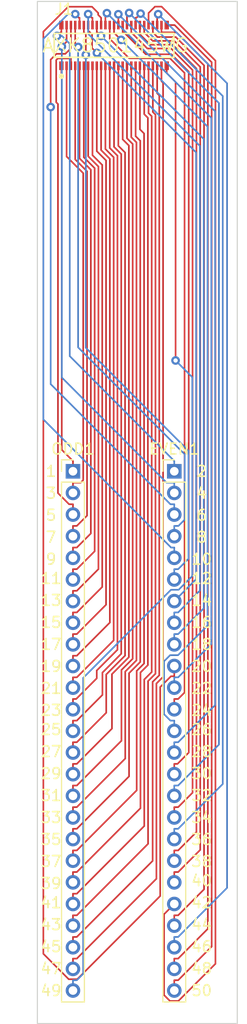
<source format=kicad_pcb>
(kicad_pcb (version 20171130) (host pcbnew 5.1.6-c6e7f7d~87~ubuntu19.10.1)

  (general
    (thickness 1.6)
    (drawings 54)
    (tracks 416)
    (zones 0)
    (modules 3)
    (nets 51)
  )

  (page A4)
  (layers
    (0 F.Cu signal)
    (31 B.Cu signal)
    (32 B.Adhes user)
    (33 F.Adhes user)
    (34 B.Paste user)
    (35 F.Paste user)
    (36 B.SilkS user)
    (37 F.SilkS user)
    (38 B.Mask user)
    (39 F.Mask user)
    (40 Dwgs.User user)
    (41 Cmts.User user)
    (42 Eco1.User user)
    (43 Eco2.User user)
    (44 Edge.Cuts user)
    (45 Margin user)
    (46 B.CrtYd user)
    (47 F.CrtYd user)
    (48 B.Fab user)
    (49 F.Fab user)
  )

  (setup
    (last_trace_width 0.1524)
    (user_trace_width 0.1524)
    (trace_clearance 0.2)
    (zone_clearance 0.508)
    (zone_45_only no)
    (trace_min 0.1524)
    (via_size 0.8)
    (via_drill 0.4)
    (via_min_size 0.508)
    (via_min_drill 0.254)
    (uvia_size 0.3)
    (uvia_drill 0.1)
    (uvias_allowed no)
    (uvia_min_size 0.2)
    (uvia_min_drill 0.1)
    (edge_width 0.1)
    (segment_width 0.2)
    (pcb_text_width 0.3)
    (pcb_text_size 1.5 1.5)
    (mod_edge_width 0.15)
    (mod_text_size 1 1)
    (mod_text_width 0.15)
    (pad_size 1.524 1.524)
    (pad_drill 0.762)
    (pad_to_mask_clearance 0.0508)
    (aux_axis_origin 0 0)
    (visible_elements FFFFFF7F)
    (pcbplotparams
      (layerselection 0x010fc_ffffffff)
      (usegerberextensions false)
      (usegerberattributes true)
      (usegerberadvancedattributes true)
      (creategerberjobfile true)
      (excludeedgelayer true)
      (linewidth 0.100000)
      (plotframeref false)
      (viasonmask false)
      (mode 1)
      (useauxorigin false)
      (hpglpennumber 1)
      (hpglpenspeed 20)
      (hpglpendiameter 15.000000)
      (psnegative false)
      (psa4output false)
      (plotreference true)
      (plotvalue true)
      (plotinvisibletext false)
      (padsonsilk false)
      (subtractmaskfromsilk false)
      (outputformat 1)
      (mirror false)
      (drillshape 1)
      (scaleselection 1)
      (outputdirectory ""))
  )

  (net 0 "")
  (net 1 "Net-(EVEN1-Pad25)")
  (net 2 "Net-(EVEN1-Pad24)")
  (net 3 "Net-(EVEN1-Pad23)")
  (net 4 "Net-(EVEN1-Pad22)")
  (net 5 "Net-(EVEN1-Pad21)")
  (net 6 "Net-(EVEN1-Pad20)")
  (net 7 "Net-(EVEN1-Pad19)")
  (net 8 "Net-(EVEN1-Pad18)")
  (net 9 "Net-(EVEN1-Pad17)")
  (net 10 "Net-(EVEN1-Pad16)")
  (net 11 "Net-(EVEN1-Pad15)")
  (net 12 "Net-(EVEN1-Pad14)")
  (net 13 "Net-(EVEN1-Pad13)")
  (net 14 "Net-(EVEN1-Pad12)")
  (net 15 "Net-(EVEN1-Pad11)")
  (net 16 "Net-(EVEN1-Pad10)")
  (net 17 "Net-(EVEN1-Pad9)")
  (net 18 "Net-(EVEN1-Pad8)")
  (net 19 "Net-(EVEN1-Pad7)")
  (net 20 "Net-(EVEN1-Pad6)")
  (net 21 "Net-(EVEN1-Pad5)")
  (net 22 "Net-(EVEN1-Pad4)")
  (net 23 "Net-(EVEN1-Pad3)")
  (net 24 "Net-(EVEN1-Pad2)")
  (net 25 "Net-(EVEN1-Pad1)")
  (net 26 "Net-(J1-Pad49)")
  (net 27 "Net-(J1-Pad47)")
  (net 28 "Net-(J1-Pad45)")
  (net 29 "Net-(J1-Pad43)")
  (net 30 "Net-(J1-Pad41)")
  (net 31 "Net-(J1-Pad39)")
  (net 32 "Net-(J1-Pad37)")
  (net 33 "Net-(J1-Pad35)")
  (net 34 "Net-(J1-Pad33)")
  (net 35 "Net-(J1-Pad31)")
  (net 36 "Net-(J1-Pad29)")
  (net 37 "Net-(J1-Pad27)")
  (net 38 "Net-(J1-Pad25)")
  (net 39 "Net-(J1-Pad23)")
  (net 40 "Net-(J1-Pad21)")
  (net 41 "Net-(J1-Pad19)")
  (net 42 "Net-(J1-Pad17)")
  (net 43 "Net-(J1-Pad15)")
  (net 44 "Net-(J1-Pad13)")
  (net 45 "Net-(J1-Pad11)")
  (net 46 "Net-(J1-Pad9)")
  (net 47 "Net-(J1-Pad7)")
  (net 48 "Net-(J1-Pad5)")
  (net 49 "Net-(J1-Pad3)")
  (net 50 "Net-(J1-Pad1)")

  (net_class Default "This is the default net class."
    (clearance 0.2)
    (trace_width 0.25)
    (via_dia 0.8)
    (via_drill 0.4)
    (uvia_dia 0.3)
    (uvia_drill 0.1)
    (add_net "Net-(EVEN1-Pad1)")
    (add_net "Net-(EVEN1-Pad10)")
    (add_net "Net-(EVEN1-Pad11)")
    (add_net "Net-(EVEN1-Pad12)")
    (add_net "Net-(EVEN1-Pad13)")
    (add_net "Net-(EVEN1-Pad14)")
    (add_net "Net-(EVEN1-Pad15)")
    (add_net "Net-(EVEN1-Pad16)")
    (add_net "Net-(EVEN1-Pad17)")
    (add_net "Net-(EVEN1-Pad18)")
    (add_net "Net-(EVEN1-Pad19)")
    (add_net "Net-(EVEN1-Pad2)")
    (add_net "Net-(EVEN1-Pad20)")
    (add_net "Net-(EVEN1-Pad21)")
    (add_net "Net-(EVEN1-Pad22)")
    (add_net "Net-(EVEN1-Pad23)")
    (add_net "Net-(EVEN1-Pad24)")
    (add_net "Net-(EVEN1-Pad25)")
    (add_net "Net-(EVEN1-Pad3)")
    (add_net "Net-(EVEN1-Pad4)")
    (add_net "Net-(EVEN1-Pad5)")
    (add_net "Net-(EVEN1-Pad6)")
    (add_net "Net-(EVEN1-Pad7)")
    (add_net "Net-(EVEN1-Pad8)")
    (add_net "Net-(EVEN1-Pad9)")
    (add_net "Net-(J1-Pad1)")
    (add_net "Net-(J1-Pad11)")
    (add_net "Net-(J1-Pad13)")
    (add_net "Net-(J1-Pad15)")
    (add_net "Net-(J1-Pad17)")
    (add_net "Net-(J1-Pad19)")
    (add_net "Net-(J1-Pad21)")
    (add_net "Net-(J1-Pad23)")
    (add_net "Net-(J1-Pad25)")
    (add_net "Net-(J1-Pad27)")
    (add_net "Net-(J1-Pad29)")
    (add_net "Net-(J1-Pad3)")
    (add_net "Net-(J1-Pad31)")
    (add_net "Net-(J1-Pad33)")
    (add_net "Net-(J1-Pad35)")
    (add_net "Net-(J1-Pad37)")
    (add_net "Net-(J1-Pad39)")
    (add_net "Net-(J1-Pad41)")
    (add_net "Net-(J1-Pad43)")
    (add_net "Net-(J1-Pad45)")
    (add_net "Net-(J1-Pad47)")
    (add_net "Net-(J1-Pad49)")
    (add_net "Net-(J1-Pad5)")
    (add_net "Net-(J1-Pad7)")
    (add_net "Net-(J1-Pad9)")
  )

  (module Connector_PinHeader_2.00mm:PinHeader_1x25_P2.00mm_Vertical (layer F.Cu) (tedit 59FED667) (tstamp 5FA7BE63)
    (at 129.54 57.15)
    (descr "Through hole straight pin header, 1x25, 2.00mm pitch, single row")
    (tags "Through hole pin header THT 1x25 2.00mm single row")
    (path /5FA7F912)
    (fp_text reference ODD1 (at 0 -2.06) (layer F.SilkS)
      (effects (font (size 1 1) (thickness 0.15)))
    )
    (fp_text value Conn_01x25_Male (at 0 50.06) (layer F.Fab)
      (effects (font (size 1 1) (thickness 0.15)))
    )
    (fp_text user %R (at 0 24 90) (layer F.Fab)
      (effects (font (size 1 1) (thickness 0.15)))
    )
    (fp_line (start -0.5 -1) (end 1 -1) (layer F.Fab) (width 0.1))
    (fp_line (start 1 -1) (end 1 49) (layer F.Fab) (width 0.1))
    (fp_line (start 1 49) (end -1 49) (layer F.Fab) (width 0.1))
    (fp_line (start -1 49) (end -1 -0.5) (layer F.Fab) (width 0.1))
    (fp_line (start -1 -0.5) (end -0.5 -1) (layer F.Fab) (width 0.1))
    (fp_line (start -1.06 49.06) (end 1.06 49.06) (layer F.SilkS) (width 0.12))
    (fp_line (start -1.06 1) (end -1.06 49.06) (layer F.SilkS) (width 0.12))
    (fp_line (start 1.06 1) (end 1.06 49.06) (layer F.SilkS) (width 0.12))
    (fp_line (start -1.06 1) (end 1.06 1) (layer F.SilkS) (width 0.12))
    (fp_line (start -1.06 0) (end -1.06 -1.06) (layer F.SilkS) (width 0.12))
    (fp_line (start -1.06 -1.06) (end 0 -1.06) (layer F.SilkS) (width 0.12))
    (fp_line (start -1.5 -1.5) (end -1.5 49.5) (layer F.CrtYd) (width 0.05))
    (fp_line (start -1.5 49.5) (end 1.5 49.5) (layer F.CrtYd) (width 0.05))
    (fp_line (start 1.5 49.5) (end 1.5 -1.5) (layer F.CrtYd) (width 0.05))
    (fp_line (start 1.5 -1.5) (end -1.5 -1.5) (layer F.CrtYd) (width 0.05))
    (pad 25 thru_hole oval (at 0 48) (size 1.35 1.35) (drill 0.8) (layers *.Cu *.Mask)
      (net 26 "Net-(J1-Pad49)"))
    (pad 24 thru_hole oval (at 0 46) (size 1.35 1.35) (drill 0.8) (layers *.Cu *.Mask)
      (net 27 "Net-(J1-Pad47)"))
    (pad 23 thru_hole oval (at 0 44) (size 1.35 1.35) (drill 0.8) (layers *.Cu *.Mask)
      (net 28 "Net-(J1-Pad45)"))
    (pad 22 thru_hole oval (at 0 42) (size 1.35 1.35) (drill 0.8) (layers *.Cu *.Mask)
      (net 29 "Net-(J1-Pad43)"))
    (pad 21 thru_hole oval (at 0 40) (size 1.35 1.35) (drill 0.8) (layers *.Cu *.Mask)
      (net 30 "Net-(J1-Pad41)"))
    (pad 20 thru_hole oval (at 0 38) (size 1.35 1.35) (drill 0.8) (layers *.Cu *.Mask)
      (net 31 "Net-(J1-Pad39)"))
    (pad 19 thru_hole oval (at 0 36) (size 1.35 1.35) (drill 0.8) (layers *.Cu *.Mask)
      (net 32 "Net-(J1-Pad37)"))
    (pad 18 thru_hole oval (at 0 34) (size 1.35 1.35) (drill 0.8) (layers *.Cu *.Mask)
      (net 33 "Net-(J1-Pad35)"))
    (pad 17 thru_hole oval (at 0 32) (size 1.35 1.35) (drill 0.8) (layers *.Cu *.Mask)
      (net 34 "Net-(J1-Pad33)"))
    (pad 16 thru_hole oval (at 0 30) (size 1.35 1.35) (drill 0.8) (layers *.Cu *.Mask)
      (net 35 "Net-(J1-Pad31)"))
    (pad 15 thru_hole oval (at 0 28) (size 1.35 1.35) (drill 0.8) (layers *.Cu *.Mask)
      (net 36 "Net-(J1-Pad29)"))
    (pad 14 thru_hole oval (at 0 26) (size 1.35 1.35) (drill 0.8) (layers *.Cu *.Mask)
      (net 37 "Net-(J1-Pad27)"))
    (pad 13 thru_hole oval (at 0 24) (size 1.35 1.35) (drill 0.8) (layers *.Cu *.Mask)
      (net 38 "Net-(J1-Pad25)"))
    (pad 12 thru_hole oval (at 0 22) (size 1.35 1.35) (drill 0.8) (layers *.Cu *.Mask)
      (net 39 "Net-(J1-Pad23)"))
    (pad 11 thru_hole oval (at 0 20) (size 1.35 1.35) (drill 0.8) (layers *.Cu *.Mask)
      (net 40 "Net-(J1-Pad21)"))
    (pad 10 thru_hole oval (at 0 18) (size 1.35 1.35) (drill 0.8) (layers *.Cu *.Mask)
      (net 41 "Net-(J1-Pad19)"))
    (pad 9 thru_hole oval (at 0 16) (size 1.35 1.35) (drill 0.8) (layers *.Cu *.Mask)
      (net 42 "Net-(J1-Pad17)"))
    (pad 8 thru_hole oval (at 0 14) (size 1.35 1.35) (drill 0.8) (layers *.Cu *.Mask)
      (net 43 "Net-(J1-Pad15)"))
    (pad 7 thru_hole oval (at 0 12) (size 1.35 1.35) (drill 0.8) (layers *.Cu *.Mask)
      (net 44 "Net-(J1-Pad13)"))
    (pad 6 thru_hole oval (at 0 10) (size 1.35 1.35) (drill 0.8) (layers *.Cu *.Mask)
      (net 45 "Net-(J1-Pad11)"))
    (pad 5 thru_hole oval (at 0 8) (size 1.35 1.35) (drill 0.8) (layers *.Cu *.Mask)
      (net 46 "Net-(J1-Pad9)"))
    (pad 4 thru_hole oval (at 0 6) (size 1.35 1.35) (drill 0.8) (layers *.Cu *.Mask)
      (net 47 "Net-(J1-Pad7)"))
    (pad 3 thru_hole oval (at 0 4) (size 1.35 1.35) (drill 0.8) (layers *.Cu *.Mask)
      (net 48 "Net-(J1-Pad5)"))
    (pad 2 thru_hole oval (at 0 2) (size 1.35 1.35) (drill 0.8) (layers *.Cu *.Mask)
      (net 49 "Net-(J1-Pad3)"))
    (pad 1 thru_hole rect (at 0 0) (size 1.35 1.35) (drill 0.8) (layers *.Cu *.Mask)
      (net 50 "Net-(J1-Pad1)"))
    (model ${KISYS3DMOD}/Connector_PinHeader_2.00mm.3dshapes/PinHeader_1x25_P2.00mm_Vertical.wrl
      (at (xyz 0 0 0))
      (scale (xyz 1 1 1))
      (rotate (xyz 0 0 0))
    )
  )

  (module eec:Panasonic_Corporation-AXK850145WG-0 (layer F.Cu) (tedit 5EEFEBE1) (tstamp 5FA7BE36)
    (at 133.35 17.78)
    (path /5FA753ED)
    (fp_text reference J1 (at -5.6 -3.35) (layer F.SilkS)
      (effects (font (size 1 1) (thickness 0.15)) (justify left))
    )
    (fp_text value AXK850145WG (at 0.119999 0) (layer F.SilkS)
      (effects (font (size 1.27 1.27) (thickness 0.15)))
    )
    (fp_line (start -5.55 1.33) (end -5.55 -1.33) (layer F.Fab) (width 0.15))
    (fp_line (start -5.55 -1.33) (end 5.55 -1.33) (layer F.Fab) (width 0.15))
    (fp_line (start 5.55 -1.33) (end 5.55 1.33) (layer F.Fab) (width 0.15))
    (fp_line (start 5.55 1.33) (end -5.55 1.33) (layer F.Fab) (width 0.15))
    (fp_line (start -5.55 1.105) (end -5.55 -1.105) (layer F.SilkS) (width 0.15))
    (fp_line (start -5.55 -1.105) (end 5.55 -1.105) (layer F.SilkS) (width 0.15))
    (fp_line (start 5.55 -1.105) (end 5.55 1.105) (layer F.SilkS) (width 0.15))
    (fp_line (start 5.55 1.105) (end -5.55 1.105) (layer F.SilkS) (width 0.15))
    (fp_circle (center -4.885 2.849999) (end -4.76 2.849999) (layer F.SilkS) (width 0.25))
    (fp_line (start 5.675 -2.305) (end 5.675 -2.305) (layer F.CrtYd) (width 0.15))
    (fp_line (start 5.675 -2.305) (end -5.675 -2.305) (layer F.CrtYd) (width 0.15))
    (fp_line (start -5.675 -2.305) (end -5.675 2.305) (layer F.CrtYd) (width 0.15))
    (fp_line (start -5.675 2.305) (end 5.675 2.305) (layer F.CrtYd) (width 0.15))
    (fp_line (start 5.675 2.305) (end 5.675 -2.305) (layer F.CrtYd) (width 0.15))
    (pad ~ smd rect (at 4.4 1.865) (size 0.2 0.37) (layers F.Paste))
    (pad ~ smd rect (at 4 1.865) (size 0.2 0.37) (layers F.Paste))
    (pad ~ smd rect (at 3.6 1.865) (size 0.2 0.37) (layers F.Paste))
    (pad ~ smd rect (at 3.2 1.865) (size 0.2 0.37) (layers F.Paste))
    (pad ~ smd rect (at 2.8 1.865) (size 0.2 0.37) (layers F.Paste))
    (pad ~ smd rect (at 2.4 1.865) (size 0.2 0.37) (layers F.Paste))
    (pad ~ smd rect (at 2 1.865) (size 0.2 0.37) (layers F.Paste))
    (pad ~ smd rect (at 1.6 1.865) (size 0.2 0.37) (layers F.Paste))
    (pad ~ smd rect (at 1.2 1.865) (size 0.2 0.37) (layers F.Paste))
    (pad ~ smd rect (at 0.8 1.865) (size 0.2 0.37) (layers F.Paste))
    (pad ~ smd rect (at 0.4 1.865) (size 0.2 0.37) (layers F.Paste))
    (pad ~ smd rect (at 0 1.865) (size 0.2 0.37) (layers F.Paste))
    (pad ~ smd rect (at -0.4 1.865) (size 0.2 0.37) (layers F.Paste))
    (pad ~ smd rect (at -0.8 1.865) (size 0.2 0.37) (layers F.Paste))
    (pad ~ smd rect (at -1.2 1.865) (size 0.2 0.37) (layers F.Paste))
    (pad ~ smd rect (at -1.6 1.865) (size 0.2 0.37) (layers F.Paste))
    (pad ~ smd rect (at -2 1.865) (size 0.2 0.37) (layers F.Paste))
    (pad ~ smd rect (at -2.4 1.865) (size 0.2 0.37) (layers F.Paste))
    (pad ~ smd rect (at -2.8 1.865) (size 0.2 0.37) (layers F.Paste))
    (pad ~ smd rect (at -3.2 1.865) (size 0.2 0.37) (layers F.Paste))
    (pad ~ smd rect (at -3.6 1.865) (size 0.2 0.37) (layers F.Paste))
    (pad ~ smd rect (at -4 1.865) (size 0.2 0.37) (layers F.Paste))
    (pad ~ smd rect (at -4.4 1.865) (size 0.2 0.37) (layers F.Paste))
    (pad ~ smd rect (at 4.4 -1.865) (size 0.2 0.37) (layers F.Paste))
    (pad ~ smd rect (at 4 -1.865) (size 0.2 0.37) (layers F.Paste))
    (pad ~ smd rect (at 3.6 -1.865) (size 0.2 0.37) (layers F.Paste))
    (pad ~ smd rect (at 3.2 -1.865) (size 0.2 0.37) (layers F.Paste))
    (pad ~ smd rect (at 2.8 -1.865) (size 0.2 0.37) (layers F.Paste))
    (pad ~ smd rect (at 2.4 -1.865) (size 0.2 0.37) (layers F.Paste))
    (pad ~ smd rect (at 2 -1.865) (size 0.2 0.37) (layers F.Paste))
    (pad ~ smd rect (at 1.6 -1.865) (size 0.2 0.37) (layers F.Paste))
    (pad ~ smd rect (at 1.2 -1.865) (size 0.2 0.37) (layers F.Paste))
    (pad ~ smd rect (at 0.8 -1.865) (size 0.2 0.37) (layers F.Paste))
    (pad ~ smd rect (at 0.4 -1.865) (size 0.2 0.37) (layers F.Paste))
    (pad ~ smd rect (at 0 -1.865) (size 0.2 0.37) (layers F.Paste))
    (pad ~ smd rect (at -0.4 -1.865) (size 0.2 0.37) (layers F.Paste))
    (pad ~ smd rect (at -0.8 -1.865) (size 0.2 0.37) (layers F.Paste))
    (pad ~ smd rect (at -1.2 -1.865) (size 0.2 0.37) (layers F.Paste))
    (pad ~ smd rect (at -1.6 -1.865) (size 0.2 0.37) (layers F.Paste))
    (pad ~ smd rect (at -2 -1.865) (size 0.2 0.37) (layers F.Paste))
    (pad ~ smd rect (at -2.4 -1.865) (size 0.2 0.37) (layers F.Paste))
    (pad ~ smd rect (at -2.8 -1.865) (size 0.2 0.37) (layers F.Paste))
    (pad ~ smd rect (at -3.2 -1.865) (size 0.2 0.37) (layers F.Paste))
    (pad ~ smd rect (at -3.6 -1.865) (size 0.2 0.37) (layers F.Paste))
    (pad ~ smd rect (at -4 -1.865) (size 0.2 0.37) (layers F.Paste))
    (pad ~ smd rect (at -4.4 -1.865) (size 0.2 0.37) (layers F.Paste))
    (pad ~ smd rect (at 4.875 -1.865) (size 0.35 0.37) (layers F.Paste))
    (pad ~ smd rect (at 4.875 1.865) (size 0.35 0.37) (layers F.Paste))
    (pad ~ smd rect (at -4.875 1.865) (size 0.35 0.37) (layers F.Paste))
    (pad ~ smd rect (at -4.875 -1.865) (size 0.35 0.37) (layers F.Paste))
    (pad 50 smd rect (at 4.885 -1.88) (size 0.4 0.8) (layers F.Cu F.Mask)
      (net 1 "Net-(EVEN1-Pad25)"))
    (pad 48 smd rect (at 4.4 -1.88) (size 0.23 0.8) (layers F.Cu F.Mask)
      (net 2 "Net-(EVEN1-Pad24)"))
    (pad 46 smd rect (at 4 -1.88) (size 0.23 0.8) (layers F.Cu F.Mask)
      (net 3 "Net-(EVEN1-Pad23)"))
    (pad 44 smd rect (at 3.6 -1.88) (size 0.23 0.8) (layers F.Cu F.Mask)
      (net 4 "Net-(EVEN1-Pad22)"))
    (pad 42 smd rect (at 3.2 -1.88) (size 0.23 0.8) (layers F.Cu F.Mask)
      (net 5 "Net-(EVEN1-Pad21)"))
    (pad 40 smd rect (at 2.8 -1.88) (size 0.23 0.8) (layers F.Cu F.Mask)
      (net 6 "Net-(EVEN1-Pad20)"))
    (pad 38 smd rect (at 2.4 -1.88) (size 0.23 0.8) (layers F.Cu F.Mask)
      (net 7 "Net-(EVEN1-Pad19)"))
    (pad 36 smd rect (at 2 -1.88) (size 0.23 0.8) (layers F.Cu F.Mask)
      (net 8 "Net-(EVEN1-Pad18)"))
    (pad 34 smd rect (at 1.6 -1.88) (size 0.23 0.8) (layers F.Cu F.Mask)
      (net 9 "Net-(EVEN1-Pad17)"))
    (pad 32 smd rect (at 1.2 -1.88) (size 0.23 0.8) (layers F.Cu F.Mask)
      (net 10 "Net-(EVEN1-Pad16)"))
    (pad 30 smd rect (at 0.8 -1.88) (size 0.23 0.8) (layers F.Cu F.Mask)
      (net 11 "Net-(EVEN1-Pad15)"))
    (pad 28 smd rect (at 0.4 -1.88) (size 0.23 0.8) (layers F.Cu F.Mask)
      (net 12 "Net-(EVEN1-Pad14)"))
    (pad 26 smd rect (at 0 -1.88) (size 0.23 0.8) (layers F.Cu F.Mask)
      (net 13 "Net-(EVEN1-Pad13)"))
    (pad 24 smd rect (at -0.4 -1.88) (size 0.23 0.8) (layers F.Cu F.Mask)
      (net 14 "Net-(EVEN1-Pad12)"))
    (pad 22 smd rect (at -0.8 -1.88) (size 0.23 0.8) (layers F.Cu F.Mask)
      (net 15 "Net-(EVEN1-Pad11)"))
    (pad 20 smd rect (at -1.2 -1.88) (size 0.23 0.8) (layers F.Cu F.Mask)
      (net 16 "Net-(EVEN1-Pad10)"))
    (pad 18 smd rect (at -1.6 -1.88) (size 0.23 0.8) (layers F.Cu F.Mask)
      (net 17 "Net-(EVEN1-Pad9)"))
    (pad 16 smd rect (at -2 -1.88) (size 0.23 0.8) (layers F.Cu F.Mask)
      (net 18 "Net-(EVEN1-Pad8)"))
    (pad 14 smd rect (at -2.4 -1.88) (size 0.23 0.8) (layers F.Cu F.Mask)
      (net 19 "Net-(EVEN1-Pad7)"))
    (pad 12 smd rect (at -2.8 -1.88) (size 0.23 0.8) (layers F.Cu F.Mask)
      (net 20 "Net-(EVEN1-Pad6)"))
    (pad 10 smd rect (at -3.2 -1.88) (size 0.23 0.8) (layers F.Cu F.Mask)
      (net 21 "Net-(EVEN1-Pad5)"))
    (pad 8 smd rect (at -3.6 -1.88) (size 0.23 0.8) (layers F.Cu F.Mask)
      (net 22 "Net-(EVEN1-Pad4)"))
    (pad 6 smd rect (at -4 -1.88) (size 0.23 0.8) (layers F.Cu F.Mask)
      (net 23 "Net-(EVEN1-Pad3)"))
    (pad 4 smd rect (at -4.4 -1.88) (size 0.23 0.8) (layers F.Cu F.Mask)
      (net 24 "Net-(EVEN1-Pad2)"))
    (pad 2 smd rect (at -4.885 -1.88) (size 0.4 0.8) (layers F.Cu F.Mask)
      (net 25 "Net-(EVEN1-Pad1)"))
    (pad 49 smd rect (at 4.885 1.88) (size 0.4 0.8) (layers F.Cu F.Mask)
      (net 26 "Net-(J1-Pad49)"))
    (pad 47 smd rect (at 4.4 1.88) (size 0.23 0.8) (layers F.Cu F.Mask)
      (net 27 "Net-(J1-Pad47)"))
    (pad 45 smd rect (at 4 1.88) (size 0.23 0.8) (layers F.Cu F.Mask)
      (net 28 "Net-(J1-Pad45)"))
    (pad 43 smd rect (at 3.6 1.88) (size 0.23 0.8) (layers F.Cu F.Mask)
      (net 29 "Net-(J1-Pad43)"))
    (pad 41 smd rect (at 3.2 1.88) (size 0.23 0.8) (layers F.Cu F.Mask)
      (net 30 "Net-(J1-Pad41)"))
    (pad 39 smd rect (at 2.8 1.88) (size 0.23 0.8) (layers F.Cu F.Mask)
      (net 31 "Net-(J1-Pad39)"))
    (pad 37 smd rect (at 2.4 1.88) (size 0.23 0.8) (layers F.Cu F.Mask)
      (net 32 "Net-(J1-Pad37)"))
    (pad 35 smd rect (at 2 1.88) (size 0.23 0.8) (layers F.Cu F.Mask)
      (net 33 "Net-(J1-Pad35)"))
    (pad 33 smd rect (at 1.6 1.88) (size 0.23 0.8) (layers F.Cu F.Mask)
      (net 34 "Net-(J1-Pad33)"))
    (pad 31 smd rect (at 1.2 1.88) (size 0.23 0.8) (layers F.Cu F.Mask)
      (net 35 "Net-(J1-Pad31)"))
    (pad 29 smd rect (at 0.8 1.88) (size 0.23 0.8) (layers F.Cu F.Mask)
      (net 36 "Net-(J1-Pad29)"))
    (pad 27 smd rect (at 0.4 1.88) (size 0.23 0.8) (layers F.Cu F.Mask)
      (net 37 "Net-(J1-Pad27)"))
    (pad 25 smd rect (at 0 1.88) (size 0.23 0.8) (layers F.Cu F.Mask)
      (net 38 "Net-(J1-Pad25)"))
    (pad 23 smd rect (at -0.4 1.88) (size 0.23 0.8) (layers F.Cu F.Mask)
      (net 39 "Net-(J1-Pad23)"))
    (pad 21 smd rect (at -0.8 1.88) (size 0.23 0.8) (layers F.Cu F.Mask)
      (net 40 "Net-(J1-Pad21)"))
    (pad 19 smd rect (at -1.2 1.88) (size 0.23 0.8) (layers F.Cu F.Mask)
      (net 41 "Net-(J1-Pad19)"))
    (pad 17 smd rect (at -1.6 1.88) (size 0.23 0.8) (layers F.Cu F.Mask)
      (net 42 "Net-(J1-Pad17)"))
    (pad 15 smd rect (at -2 1.88) (size 0.23 0.8) (layers F.Cu F.Mask)
      (net 43 "Net-(J1-Pad15)"))
    (pad 13 smd rect (at -2.4 1.88) (size 0.23 0.8) (layers F.Cu F.Mask)
      (net 44 "Net-(J1-Pad13)"))
    (pad 11 smd rect (at -2.8 1.88) (size 0.23 0.8) (layers F.Cu F.Mask)
      (net 45 "Net-(J1-Pad11)"))
    (pad 9 smd rect (at -3.2 1.88) (size 0.23 0.8) (layers F.Cu F.Mask)
      (net 46 "Net-(J1-Pad9)"))
    (pad 7 smd rect (at -3.6 1.88) (size 0.23 0.8) (layers F.Cu F.Mask)
      (net 47 "Net-(J1-Pad7)"))
    (pad 5 smd rect (at -4 1.88) (size 0.23 0.8) (layers F.Cu F.Mask)
      (net 48 "Net-(J1-Pad5)"))
    (pad 3 smd rect (at -4.4 1.88) (size 0.23 0.8) (layers F.Cu F.Mask)
      (net 49 "Net-(J1-Pad3)"))
    (pad 1 smd rect (at -4.885 1.88) (size 0.4 0.8) (layers F.Cu F.Mask)
      (net 50 "Net-(J1-Pad1)"))
  )

  (module Connector_PinHeader_2.00mm:PinHeader_1x25_P2.00mm_Vertical (layer F.Cu) (tedit 59FED667) (tstamp 5FA7D782)
    (at 138.938 57.15)
    (descr "Through hole straight pin header, 1x25, 2.00mm pitch, single row")
    (tags "Through hole pin header THT 1x25 2.00mm single row")
    (path /5FA83BFB)
    (fp_text reference EVEN1 (at 0 -2.06) (layer F.SilkS)
      (effects (font (size 1 1) (thickness 0.15)))
    )
    (fp_text value Conn_01x25_Male (at 0 50.06) (layer F.Fab)
      (effects (font (size 1 1) (thickness 0.15)))
    )
    (fp_text user %R (at 0 24 90) (layer F.Fab)
      (effects (font (size 1 1) (thickness 0.15)))
    )
    (fp_line (start -0.5 -1) (end 1 -1) (layer F.Fab) (width 0.1))
    (fp_line (start 1 -1) (end 1 49) (layer F.Fab) (width 0.1))
    (fp_line (start 1 49) (end -1 49) (layer F.Fab) (width 0.1))
    (fp_line (start -1 49) (end -1 -0.5) (layer F.Fab) (width 0.1))
    (fp_line (start -1 -0.5) (end -0.5 -1) (layer F.Fab) (width 0.1))
    (fp_line (start -1.06 49.06) (end 1.06 49.06) (layer F.SilkS) (width 0.12))
    (fp_line (start -1.06 1) (end -1.06 49.06) (layer F.SilkS) (width 0.12))
    (fp_line (start 1.06 1) (end 1.06 49.06) (layer F.SilkS) (width 0.12))
    (fp_line (start -1.06 1) (end 1.06 1) (layer F.SilkS) (width 0.12))
    (fp_line (start -1.06 0) (end -1.06 -1.06) (layer F.SilkS) (width 0.12))
    (fp_line (start -1.06 -1.06) (end 0 -1.06) (layer F.SilkS) (width 0.12))
    (fp_line (start -1.5 -1.5) (end -1.5 49.5) (layer F.CrtYd) (width 0.05))
    (fp_line (start -1.5 49.5) (end 1.5 49.5) (layer F.CrtYd) (width 0.05))
    (fp_line (start 1.5 49.5) (end 1.5 -1.5) (layer F.CrtYd) (width 0.05))
    (fp_line (start 1.5 -1.5) (end -1.5 -1.5) (layer F.CrtYd) (width 0.05))
    (pad 25 thru_hole oval (at 0 48) (size 1.35 1.35) (drill 0.8) (layers *.Cu *.Mask)
      (net 1 "Net-(EVEN1-Pad25)"))
    (pad 24 thru_hole oval (at 0 46) (size 1.35 1.35) (drill 0.8) (layers *.Cu *.Mask)
      (net 2 "Net-(EVEN1-Pad24)"))
    (pad 23 thru_hole oval (at 0 44) (size 1.35 1.35) (drill 0.8) (layers *.Cu *.Mask)
      (net 3 "Net-(EVEN1-Pad23)"))
    (pad 22 thru_hole oval (at 0 42) (size 1.35 1.35) (drill 0.8) (layers *.Cu *.Mask)
      (net 4 "Net-(EVEN1-Pad22)"))
    (pad 21 thru_hole oval (at 0 40) (size 1.35 1.35) (drill 0.8) (layers *.Cu *.Mask)
      (net 5 "Net-(EVEN1-Pad21)"))
    (pad 20 thru_hole oval (at 0 38) (size 1.35 1.35) (drill 0.8) (layers *.Cu *.Mask)
      (net 6 "Net-(EVEN1-Pad20)"))
    (pad 19 thru_hole oval (at 0 36) (size 1.35 1.35) (drill 0.8) (layers *.Cu *.Mask)
      (net 7 "Net-(EVEN1-Pad19)"))
    (pad 18 thru_hole oval (at 0 34) (size 1.35 1.35) (drill 0.8) (layers *.Cu *.Mask)
      (net 8 "Net-(EVEN1-Pad18)"))
    (pad 17 thru_hole oval (at 0 32) (size 1.35 1.35) (drill 0.8) (layers *.Cu *.Mask)
      (net 9 "Net-(EVEN1-Pad17)"))
    (pad 16 thru_hole oval (at 0 30) (size 1.35 1.35) (drill 0.8) (layers *.Cu *.Mask)
      (net 10 "Net-(EVEN1-Pad16)"))
    (pad 15 thru_hole oval (at 0 28) (size 1.35 1.35) (drill 0.8) (layers *.Cu *.Mask)
      (net 11 "Net-(EVEN1-Pad15)"))
    (pad 14 thru_hole oval (at 0 26) (size 1.35 1.35) (drill 0.8) (layers *.Cu *.Mask)
      (net 12 "Net-(EVEN1-Pad14)"))
    (pad 13 thru_hole oval (at 0 24) (size 1.35 1.35) (drill 0.8) (layers *.Cu *.Mask)
      (net 13 "Net-(EVEN1-Pad13)"))
    (pad 12 thru_hole oval (at 0 22) (size 1.35 1.35) (drill 0.8) (layers *.Cu *.Mask)
      (net 14 "Net-(EVEN1-Pad12)"))
    (pad 11 thru_hole oval (at 0 20) (size 1.35 1.35) (drill 0.8) (layers *.Cu *.Mask)
      (net 15 "Net-(EVEN1-Pad11)"))
    (pad 10 thru_hole oval (at 0 18) (size 1.35 1.35) (drill 0.8) (layers *.Cu *.Mask)
      (net 16 "Net-(EVEN1-Pad10)"))
    (pad 9 thru_hole oval (at 0 16) (size 1.35 1.35) (drill 0.8) (layers *.Cu *.Mask)
      (net 17 "Net-(EVEN1-Pad9)"))
    (pad 8 thru_hole oval (at 0 14) (size 1.35 1.35) (drill 0.8) (layers *.Cu *.Mask)
      (net 18 "Net-(EVEN1-Pad8)"))
    (pad 7 thru_hole oval (at 0 12) (size 1.35 1.35) (drill 0.8) (layers *.Cu *.Mask)
      (net 19 "Net-(EVEN1-Pad7)"))
    (pad 6 thru_hole oval (at 0 10) (size 1.35 1.35) (drill 0.8) (layers *.Cu *.Mask)
      (net 20 "Net-(EVEN1-Pad6)"))
    (pad 5 thru_hole oval (at 0 8) (size 1.35 1.35) (drill 0.8) (layers *.Cu *.Mask)
      (net 21 "Net-(EVEN1-Pad5)"))
    (pad 4 thru_hole oval (at 0 6) (size 1.35 1.35) (drill 0.8) (layers *.Cu *.Mask)
      (net 22 "Net-(EVEN1-Pad4)"))
    (pad 3 thru_hole oval (at 0 4) (size 1.35 1.35) (drill 0.8) (layers *.Cu *.Mask)
      (net 23 "Net-(EVEN1-Pad3)"))
    (pad 2 thru_hole oval (at 0 2) (size 1.35 1.35) (drill 0.8) (layers *.Cu *.Mask)
      (net 24 "Net-(EVEN1-Pad2)"))
    (pad 1 thru_hole rect (at 0 0) (size 1.35 1.35) (drill 0.8) (layers *.Cu *.Mask)
      (net 25 "Net-(EVEN1-Pad1)"))
    (model ${KISYS3DMOD}/Connector_PinHeader_2.00mm.3dshapes/PinHeader_1x25_P2.00mm_Vertical.wrl
      (at (xyz 0 0 0))
      (scale (xyz 1 1 1))
      (rotate (xyz 0 0 0))
    )
  )

  (gr_text 50 (at 141.478 105.156) (layer F.SilkS)
    (effects (font (size 1 1) (thickness 0.15)))
  )
  (gr_text 48 (at 141.478 103.124) (layer F.SilkS)
    (effects (font (size 1 1) (thickness 0.15)))
  )
  (gr_text 46 (at 141.478 101.092) (layer F.SilkS)
    (effects (font (size 1 1) (thickness 0.15)))
  )
  (gr_text 44 (at 141.478 99.06) (layer F.SilkS)
    (effects (font (size 1 1) (thickness 0.15)))
  )
  (gr_text 42 (at 141.478 97.028) (layer F.SilkS)
    (effects (font (size 1 1) (thickness 0.15)))
  )
  (gr_text 40 (at 141.478 94.996) (layer F.SilkS)
    (effects (font (size 1 1) (thickness 0.15)))
  )
  (gr_text 38 (at 141.478 93.218) (layer F.SilkS)
    (effects (font (size 1 1) (thickness 0.15)))
  )
  (gr_text 36 (at 141.478 91.186) (layer F.SilkS)
    (effects (font (size 1 1) (thickness 0.15)))
  )
  (gr_text 34 (at 141.478 89.154) (layer F.SilkS)
    (effects (font (size 1 1) (thickness 0.15)))
  )
  (gr_text 32 (at 141.478 87.122) (layer F.SilkS)
    (effects (font (size 1 1) (thickness 0.15)))
  )
  (gr_text 30 (at 141.478 85.09) (layer F.SilkS)
    (effects (font (size 1 1) (thickness 0.15)))
  )
  (gr_text 28 (at 141.478 83.058) (layer F.SilkS)
    (effects (font (size 1 1) (thickness 0.15)))
  )
  (gr_text 26 (at 141.478 81.026) (layer F.SilkS)
    (effects (font (size 1 1) (thickness 0.15)))
  )
  (gr_text 24 (at 141.478 79.248) (layer F.SilkS)
    (effects (font (size 1 1) (thickness 0.15)))
  )
  (gr_text 22 (at 141.478 77.216) (layer F.SilkS)
    (effects (font (size 1 1) (thickness 0.15)))
  )
  (gr_text 20 (at 141.478 75.184) (layer F.SilkS)
    (effects (font (size 1 1) (thickness 0.15)))
  )
  (gr_text 18 (at 141.478 73.152) (layer F.SilkS)
    (effects (font (size 1 1) (thickness 0.15)))
  )
  (gr_text 16 (at 141.478 71.12) (layer F.SilkS)
    (effects (font (size 1 1) (thickness 0.15)))
  )
  (gr_text 14 (at 141.478 69.088) (layer F.SilkS)
    (effects (font (size 1 1) (thickness 0.15)))
  )
  (gr_text 12 (at 141.478 67.056) (layer F.SilkS)
    (effects (font (size 1 1) (thickness 0.15)))
  )
  (gr_text 10 (at 141.478 65.278) (layer F.SilkS)
    (effects (font (size 1 1) (thickness 0.15)))
  )
  (gr_text 8 (at 141.478 63.246) (layer F.SilkS)
    (effects (font (size 1 1) (thickness 0.15)))
  )
  (gr_text 6 (at 141.478 61.214) (layer F.SilkS)
    (effects (font (size 1 1) (thickness 0.15)))
  )
  (gr_text 4 (at 141.478 59.182) (layer F.SilkS)
    (effects (font (size 1 1) (thickness 0.15)))
  )
  (gr_text 2 (at 141.478 57.15) (layer F.SilkS)
    (effects (font (size 1 1) (thickness 0.15)))
  )
  (gr_text 49 (at 127.508 105.156) (layer F.SilkS)
    (effects (font (size 1 1) (thickness 0.15)))
  )
  (gr_text 47 (at 127.508 103.124) (layer F.SilkS)
    (effects (font (size 1 1) (thickness 0.15)))
  )
  (gr_text 45 (at 127.508 101.092) (layer F.SilkS)
    (effects (font (size 1 1) (thickness 0.15)))
  )
  (gr_text 43 (at 127.508 99.06) (layer F.SilkS)
    (effects (font (size 1 1) (thickness 0.15)))
  )
  (gr_text 41 (at 127.508 97.028) (layer F.SilkS)
    (effects (font (size 1 1) (thickness 0.15)))
  )
  (gr_text 39 (at 127.508 95.25) (layer F.SilkS)
    (effects (font (size 1 1) (thickness 0.15)))
  )
  (gr_text 37 (at 127.508 93.218) (layer F.SilkS)
    (effects (font (size 1 1) (thickness 0.15)))
  )
  (gr_text 35 (at 127.508 91.186) (layer F.SilkS)
    (effects (font (size 1 1) (thickness 0.15)))
  )
  (gr_text 33 (at 127.508 89.154) (layer F.SilkS)
    (effects (font (size 1 1) (thickness 0.15)))
  )
  (gr_text 31 (at 127.508 87.122) (layer F.SilkS)
    (effects (font (size 1 1) (thickness 0.15)))
  )
  (gr_text 29 (at 127.508 85.09) (layer F.SilkS)
    (effects (font (size 1 1) (thickness 0.15)))
  )
  (gr_text 27 (at 127.508 83.058) (layer F.SilkS)
    (effects (font (size 1 1) (thickness 0.15)))
  )
  (gr_text 25 (at 127.508 81.026) (layer F.SilkS)
    (effects (font (size 1 1) (thickness 0.15)))
  )
  (gr_text 23 (at 127.508 79.248) (layer F.SilkS)
    (effects (font (size 1 1) (thickness 0.15)))
  )
  (gr_text 21 (at 127.508 77.216) (layer F.SilkS)
    (effects (font (size 1 1) (thickness 0.15)))
  )
  (gr_text 19 (at 127.508 75.184) (layer F.SilkS)
    (effects (font (size 1 1) (thickness 0.15)))
  )
  (gr_text 17 (at 127.508 73.152) (layer F.SilkS)
    (effects (font (size 1 1) (thickness 0.15)))
  )
  (gr_text 15 (at 127.508 71.12) (layer F.SilkS)
    (effects (font (size 1 1) (thickness 0.15)))
  )
  (gr_text 13 (at 127.508 69.088) (layer F.SilkS)
    (effects (font (size 1 1) (thickness 0.15)))
  )
  (gr_text 11 (at 127.508 67.056) (layer F.SilkS)
    (effects (font (size 1 1) (thickness 0.15)))
  )
  (gr_text 9 (at 127.508 65.278) (layer F.SilkS)
    (effects (font (size 1 1) (thickness 0.15)))
  )
  (gr_text 7 (at 127.508 63.246) (layer F.SilkS)
    (effects (font (size 1 1) (thickness 0.15)))
  )
  (gr_text 5 (at 127.508 61.214) (layer F.SilkS)
    (effects (font (size 1 1) (thickness 0.15)))
  )
  (gr_text 3 (at 127.508 59.182) (layer F.SilkS)
    (effects (font (size 1 1) (thickness 0.15)))
  )
  (gr_text 1 (at 127.508 57.15) (layer F.SilkS)
    (effects (font (size 1 1) (thickness 0.15)))
  )
  (gr_line (start 144.78 13.716) (end 144.78 108.204) (layer Edge.Cuts) (width 0.1))
  (gr_line (start 126.238 13.716) (end 144.78 13.716) (layer Edge.Cuts) (width 0.1))
  (gr_line (start 126.238 108.204) (end 126.238 13.716) (layer Edge.Cuts) (width 0.1))
  (gr_line (start 144.78 108.204) (end 126.238 108.204) (layer Edge.Cuts) (width 0.1))

  (segment (start 138.938 104.1985) (end 139.2948 104.1985) (width 0.1524) (layer F.Cu) (net 1))
  (segment (start 139.2948 104.1985) (end 142.4039 101.0894) (width 0.1524) (layer F.Cu) (net 1))
  (segment (start 142.4039 101.0894) (end 142.4039 19.3354) (width 0.1524) (layer F.Cu) (net 1))
  (segment (start 142.4039 19.3354) (end 138.9685 15.9) (width 0.1524) (layer F.Cu) (net 1))
  (segment (start 138.9685 15.9) (end 138.235 15.9) (width 0.1524) (layer F.Cu) (net 1))
  (segment (start 138.938 105.15) (end 138.938 104.1985) (width 0.1524) (layer F.Cu) (net 1))
  (segment (start 138.938 102.1985) (end 139.2948 102.1985) (width 0.1524) (layer F.Cu) (net 2))
  (segment (start 139.2948 102.1985) (end 142.0512 99.4421) (width 0.1524) (layer F.Cu) (net 2))
  (segment (start 142.0512 99.4421) (end 142.0512 19.4816) (width 0.1524) (layer F.Cu) (net 2))
  (segment (start 142.0512 19.4816) (end 139.1461 16.5765) (width 0.1524) (layer F.Cu) (net 2))
  (segment (start 139.1461 16.5765) (end 137.75 16.5765) (width 0.1524) (layer F.Cu) (net 2))
  (segment (start 138.938 103.15) (end 138.938 102.1985) (width 0.1524) (layer F.Cu) (net 2))
  (segment (start 137.75 15.9) (end 137.75 16.5765) (width 0.1524) (layer F.Cu) (net 2))
  (segment (start 138.938 100.1985) (end 139.2948 100.1985) (width 0.1524) (layer B.Cu) (net 3))
  (segment (start 139.2948 100.1985) (end 143.8345 95.6588) (width 0.1524) (layer B.Cu) (net 3))
  (segment (start 143.8345 95.6588) (end 143.8345 21.2834) (width 0.1524) (layer B.Cu) (net 3))
  (segment (start 143.8345 21.2834) (end 137.4448 14.8937) (width 0.1524) (layer B.Cu) (net 3))
  (segment (start 137.35 15.2235) (end 137.35 14.9885) (width 0.1524) (layer F.Cu) (net 3))
  (segment (start 137.35 14.9885) (end 137.4448 14.8937) (width 0.1524) (layer F.Cu) (net 3))
  (segment (start 138.938 101.15) (end 138.938 100.1985) (width 0.1524) (layer B.Cu) (net 3))
  (segment (start 137.35 15.9) (end 137.35 15.2235) (width 0.1524) (layer F.Cu) (net 3))
  (via (at 137.4448 14.8937) (size 0.8) (layers F.Cu B.Cu) (net 3))
  (segment (start 138.938 98.1985) (end 139.2948 98.1985) (width 0.1524) (layer F.Cu) (net 4))
  (segment (start 139.2948 98.1985) (end 141.6985 95.7948) (width 0.1524) (layer F.Cu) (net 4))
  (segment (start 141.6985 95.7948) (end 141.6985 19.6278) (width 0.1524) (layer F.Cu) (net 4))
  (segment (start 141.6985 19.6278) (end 139.0797 17.009) (width 0.1524) (layer F.Cu) (net 4))
  (segment (start 139.0797 17.009) (end 137.3825 17.009) (width 0.1524) (layer F.Cu) (net 4))
  (segment (start 137.3825 17.009) (end 136.95 16.5765) (width 0.1524) (layer F.Cu) (net 4))
  (segment (start 138.938 99.15) (end 138.938 98.1985) (width 0.1524) (layer F.Cu) (net 4))
  (segment (start 136.95 15.9) (end 136.95 16.5765) (width 0.1524) (layer F.Cu) (net 4))
  (segment (start 138.938 97.15) (end 137.9864 98.1016) (width 0.1524) (layer F.Cu) (net 5))
  (segment (start 137.9864 98.1016) (end 137.9864 105.5681) (width 0.1524) (layer F.Cu) (net 5))
  (segment (start 137.9864 105.5681) (end 138.5391 106.1208) (width 0.1524) (layer F.Cu) (net 5))
  (segment (start 138.5391 106.1208) (end 139.3129 106.1208) (width 0.1524) (layer F.Cu) (net 5))
  (segment (start 139.3129 106.1208) (end 142.7566 102.6771) (width 0.1524) (layer F.Cu) (net 5))
  (segment (start 142.7566 102.6771) (end 142.7566 19.1892) (width 0.1524) (layer F.Cu) (net 5))
  (segment (start 142.7566 19.1892) (end 137.7598 14.1924) (width 0.1524) (layer F.Cu) (net 5))
  (segment (start 137.7598 14.1924) (end 137.1489 14.1924) (width 0.1524) (layer F.Cu) (net 5))
  (segment (start 137.1489 14.1924) (end 136.55 14.7913) (width 0.1524) (layer F.Cu) (net 5))
  (segment (start 136.55 14.7913) (end 136.55 15.9) (width 0.1524) (layer F.Cu) (net 5))
  (segment (start 138.938 94.1985) (end 139.2948 94.1985) (width 0.1524) (layer F.Cu) (net 6))
  (segment (start 139.2948 94.1985) (end 141.3458 92.1475) (width 0.1524) (layer F.Cu) (net 6))
  (segment (start 141.3458 92.1475) (end 141.3458 19.774) (width 0.1524) (layer F.Cu) (net 6))
  (segment (start 141.3458 19.774) (end 138.9335 17.3617) (width 0.1524) (layer F.Cu) (net 6))
  (segment (start 138.9335 17.3617) (end 136.9352 17.3617) (width 0.1524) (layer F.Cu) (net 6))
  (segment (start 136.9352 17.3617) (end 136.15 16.5765) (width 0.1524) (layer F.Cu) (net 6))
  (segment (start 136.15 15.9) (end 136.15 16.5765) (width 0.1524) (layer F.Cu) (net 6))
  (segment (start 138.938 95.15) (end 138.938 94.1985) (width 0.1524) (layer F.Cu) (net 6))
  (segment (start 138.938 93.15) (end 138.938 92.1985) (width 0.1524) (layer F.Cu) (net 7))
  (segment (start 138.938 92.1985) (end 139.2949 92.1985) (width 0.1524) (layer F.Cu) (net 7))
  (segment (start 139.2949 92.1985) (end 140.9931 90.5003) (width 0.1524) (layer F.Cu) (net 7))
  (segment (start 140.9931 90.5003) (end 140.9931 19.9202) (width 0.1524) (layer F.Cu) (net 7))
  (segment (start 140.9931 19.9202) (end 138.7873 17.7144) (width 0.1524) (layer F.Cu) (net 7))
  (segment (start 138.7873 17.7144) (end 136.709 17.7144) (width 0.1524) (layer F.Cu) (net 7))
  (segment (start 136.709 17.7144) (end 135.75 16.7554) (width 0.1524) (layer F.Cu) (net 7))
  (segment (start 135.75 16.7554) (end 135.75 15.9) (width 0.1524) (layer F.Cu) (net 7))
  (segment (start 138.938 90.1985) (end 139.2948 90.1985) (width 0.1524) (layer B.Cu) (net 8))
  (segment (start 139.2948 90.1985) (end 143.4317 86.0616) (width 0.1524) (layer B.Cu) (net 8))
  (segment (start 143.4317 86.0616) (end 143.4317 22.4603) (width 0.1524) (layer B.Cu) (net 8))
  (segment (start 143.4317 22.4603) (end 135.8122 14.8408) (width 0.1524) (layer B.Cu) (net 8))
  (segment (start 135.35 15.9) (end 135.35 15.2235) (width 0.1524) (layer F.Cu) (net 8))
  (segment (start 138.938 91.15) (end 138.938 90.1985) (width 0.1524) (layer B.Cu) (net 8))
  (segment (start 135.35 15.2235) (end 135.4295 15.2235) (width 0.1524) (layer F.Cu) (net 8))
  (segment (start 135.4295 15.2235) (end 135.8122 14.8408) (width 0.1524) (layer F.Cu) (net 8))
  (via (at 135.8122 14.8408) (size 0.8) (layers F.Cu B.Cu) (net 8))
  (segment (start 138.938 89.15) (end 138.938 88.1985) (width 0.1524) (layer F.Cu) (net 9))
  (segment (start 134.95 15.9) (end 134.95 16.5765) (width 0.1524) (layer F.Cu) (net 9))
  (segment (start 134.95 16.5765) (end 136.4407 18.0672) (width 0.1524) (layer F.Cu) (net 9))
  (segment (start 136.4407 18.0672) (end 138.641 18.0672) (width 0.1524) (layer F.Cu) (net 9))
  (segment (start 138.641 18.0672) (end 140.6328 20.059) (width 0.1524) (layer F.Cu) (net 9))
  (segment (start 140.6328 20.059) (end 140.6328 86.8605) (width 0.1524) (layer F.Cu) (net 9))
  (segment (start 140.6328 86.8605) (end 139.2948 88.1985) (width 0.1524) (layer F.Cu) (net 9))
  (segment (start 139.2948 88.1985) (end 138.938 88.1985) (width 0.1524) (layer F.Cu) (net 9))
  (segment (start 138.938 86.1985) (end 139.2949 86.1985) (width 0.1524) (layer B.Cu) (net 10))
  (segment (start 139.2949 86.1985) (end 143.079 82.4144) (width 0.1524) (layer B.Cu) (net 10))
  (segment (start 143.079 82.4144) (end 143.079 23.1089) (width 0.1524) (layer B.Cu) (net 10))
  (segment (start 143.079 23.1089) (end 134.7506 14.7805) (width 0.1524) (layer B.Cu) (net 10))
  (segment (start 138.938 87.15) (end 138.938 86.1985) (width 0.1524) (layer B.Cu) (net 10))
  (segment (start 134.55 15.9) (end 134.55 14.9811) (width 0.1524) (layer F.Cu) (net 10))
  (segment (start 134.55 14.9811) (end 134.7506 14.7805) (width 0.1524) (layer F.Cu) (net 10))
  (via (at 134.7506 14.7805) (size 0.8) (layers F.Cu B.Cu) (net 10))
  (segment (start 138.938 84.1985) (end 139.2353 84.1985) (width 0.1524) (layer F.Cu) (net 11))
  (segment (start 139.2353 84.1985) (end 140.2765 83.1573) (width 0.1524) (layer F.Cu) (net 11))
  (segment (start 140.2765 83.1573) (end 140.2765 20.2016) (width 0.1524) (layer F.Cu) (net 11))
  (segment (start 140.2765 20.2016) (end 138.6785 18.6036) (width 0.1524) (layer F.Cu) (net 11))
  (segment (start 138.6785 18.6036) (end 136.2989 18.6036) (width 0.1524) (layer F.Cu) (net 11))
  (segment (start 136.2989 18.6036) (end 134.2718 16.5765) (width 0.1524) (layer F.Cu) (net 11))
  (segment (start 134.2718 16.5765) (end 134.15 16.5765) (width 0.1524) (layer F.Cu) (net 11))
  (segment (start 134.15 15.9) (end 134.15 16.5765) (width 0.1524) (layer F.Cu) (net 11))
  (segment (start 138.938 85.15) (end 138.938 84.1985) (width 0.1524) (layer F.Cu) (net 11))
  (segment (start 138.938 82.1985) (end 139.2948 82.1985) (width 0.1524) (layer B.Cu) (net 12))
  (segment (start 139.2948 82.1985) (end 142.7263 78.767) (width 0.1524) (layer B.Cu) (net 12))
  (segment (start 142.7263 78.767) (end 142.7263 23.8742) (width 0.1524) (layer B.Cu) (net 12))
  (segment (start 142.7263 23.8742) (end 133.75 14.8979) (width 0.1524) (layer B.Cu) (net 12))
  (segment (start 133.75 15.9) (end 133.75 14.8979) (width 0.1524) (layer F.Cu) (net 12))
  (segment (start 138.938 83.15) (end 138.938 82.1985) (width 0.1524) (layer B.Cu) (net 12))
  (via (at 133.75 14.8979) (size 0.8) (layers F.Cu B.Cu) (net 12))
  (segment (start 134.0049 17.2664) (end 142.0209 25.2824) (width 0.1524) (layer B.Cu) (net 13))
  (segment (start 142.0209 25.2824) (end 142.0209 71.4133) (width 0.1524) (layer B.Cu) (net 13))
  (segment (start 142.0209 71.4133) (end 139.2842 74.15) (width 0.1524) (layer B.Cu) (net 13))
  (segment (start 139.2842 74.15) (end 138.5541 74.15) (width 0.1524) (layer B.Cu) (net 13))
  (segment (start 138.5541 74.15) (end 137.9865 74.7176) (width 0.1524) (layer B.Cu) (net 13))
  (segment (start 137.9865 74.7176) (end 137.9865 79.6039) (width 0.1524) (layer B.Cu) (net 13))
  (segment (start 137.9865 79.6039) (end 138.5811 80.1985) (width 0.1524) (layer B.Cu) (net 13))
  (segment (start 138.5811 80.1985) (end 138.938 80.1985) (width 0.1524) (layer B.Cu) (net 13))
  (segment (start 133.35 15.9) (end 133.35 16.6115) (width 0.1524) (layer F.Cu) (net 13))
  (segment (start 133.35 16.6115) (end 134.0049 17.2664) (width 0.1524) (layer F.Cu) (net 13))
  (segment (start 138.938 81.15) (end 138.938 80.1985) (width 0.1524) (layer B.Cu) (net 13))
  (via (at 134.0049 17.2664) (size 0.8) (layers F.Cu B.Cu) (net 13))
  (segment (start 132.95 16.5765) (end 132.95 17.1682) (width 0.1524) (layer F.Cu) (net 14))
  (segment (start 132.95 17.1682) (end 134.7501 18.9683) (width 0.1524) (layer F.Cu) (net 14))
  (segment (start 134.7501 18.9683) (end 138.535 18.9683) (width 0.1524) (layer F.Cu) (net 14))
  (segment (start 138.535 18.9683) (end 139.8895 20.3228) (width 0.1524) (layer F.Cu) (net 14))
  (segment (start 139.8895 20.3228) (end 139.8895 77.6039) (width 0.1524) (layer F.Cu) (net 14))
  (segment (start 139.8895 77.6039) (end 139.2949 78.1985) (width 0.1524) (layer F.Cu) (net 14))
  (segment (start 139.2949 78.1985) (end 138.938 78.1985) (width 0.1524) (layer F.Cu) (net 14))
  (segment (start 132.95 15.9) (end 132.95 16.5765) (width 0.1524) (layer F.Cu) (net 14))
  (segment (start 138.938 79.15) (end 138.938 78.1985) (width 0.1524) (layer F.Cu) (net 14))
  (segment (start 138.938 77.15) (end 138.938 76.1985) (width 0.1524) (layer B.Cu) (net 15))
  (segment (start 132.55 15.9) (end 132.55 14.9325) (width 0.1524) (layer F.Cu) (net 15))
  (segment (start 132.55 14.9325) (end 132.6863 14.7962) (width 0.1524) (layer F.Cu) (net 15))
  (segment (start 138.938 76.1985) (end 139.2948 76.1985) (width 0.1524) (layer B.Cu) (net 15))
  (segment (start 139.2948 76.1985) (end 142.3736 73.1197) (width 0.1524) (layer B.Cu) (net 15))
  (segment (start 142.3736 73.1197) (end 142.3736 24.4835) (width 0.1524) (layer B.Cu) (net 15))
  (segment (start 142.3736 24.4835) (end 132.6863 14.7962) (width 0.1524) (layer B.Cu) (net 15))
  (via (at 132.6863 14.7962) (size 0.8) (layers F.Cu B.Cu) (net 15))
  (segment (start 132.15 15.2235) (end 131.8786 14.9521) (width 0.1524) (layer F.Cu) (net 16))
  (segment (start 131.8786 14.9521) (end 131.8786 14.7791) (width 0.1524) (layer F.Cu) (net 16))
  (segment (start 131.8786 14.7791) (end 131.3023 14.2028) (width 0.1524) (layer F.Cu) (net 16))
  (segment (start 131.3023 14.2028) (end 129.1001 14.2028) (width 0.1524) (layer F.Cu) (net 16))
  (segment (start 129.1001 14.2028) (end 126.7944 16.5085) (width 0.1524) (layer F.Cu) (net 16))
  (segment (start 126.7944 16.5085) (end 126.7944 101.7538) (width 0.1524) (layer F.Cu) (net 16))
  (segment (start 126.7944 101.7538) (end 129.1484 104.1078) (width 0.1524) (layer F.Cu) (net 16))
  (segment (start 129.1484 104.1078) (end 129.9343 104.1078) (width 0.1524) (layer F.Cu) (net 16))
  (segment (start 129.9343 104.1078) (end 137.6337 96.4084) (width 0.1524) (layer F.Cu) (net 16))
  (segment (start 137.6337 96.4084) (end 137.6337 77.0966) (width 0.1524) (layer F.Cu) (net 16))
  (segment (start 137.6337 77.0966) (end 138.6288 76.1015) (width 0.1524) (layer F.Cu) (net 16))
  (segment (start 138.6288 76.1015) (end 138.938 76.1015) (width 0.1524) (layer F.Cu) (net 16))
  (segment (start 132.15 15.9) (end 132.15 15.2235) (width 0.1524) (layer F.Cu) (net 16))
  (segment (start 138.938 75.15) (end 138.938 76.1015) (width 0.1524) (layer F.Cu) (net 16))
  (segment (start 138.938 72.1985) (end 139.2948 72.1985) (width 0.1524) (layer B.Cu) (net 17))
  (segment (start 139.2948 72.1985) (end 141.6682 69.8251) (width 0.1524) (layer B.Cu) (net 17))
  (segment (start 141.6682 69.8251) (end 141.6682 26.4287) (width 0.1524) (layer B.Cu) (net 17))
  (segment (start 141.6682 26.4287) (end 132.1432 16.9037) (width 0.1524) (layer B.Cu) (net 17))
  (segment (start 131.75 15.9) (end 131.75 16.5765) (width 0.1524) (layer F.Cu) (net 17))
  (segment (start 138.938 73.15) (end 138.938 72.1985) (width 0.1524) (layer B.Cu) (net 17))
  (segment (start 131.75 16.5765) (end 131.816 16.5765) (width 0.1524) (layer F.Cu) (net 17))
  (segment (start 131.816 16.5765) (end 132.1432 16.9037) (width 0.1524) (layer F.Cu) (net 17))
  (via (at 132.1432 16.9037) (size 0.8) (layers F.Cu B.Cu) (net 17))
  (segment (start 138.938 70.1985) (end 139.2948 70.1985) (width 0.1524) (layer B.Cu) (net 18))
  (segment (start 139.2948 70.1985) (end 141.3155 68.1778) (width 0.1524) (layer B.Cu) (net 18))
  (segment (start 141.3155 68.1778) (end 141.3155 27.0742) (width 0.1524) (layer B.Cu) (net 18))
  (segment (start 141.3155 27.0742) (end 130.9501 16.7088) (width 0.1524) (layer B.Cu) (net 18))
  (segment (start 130.9501 16.7088) (end 130.95 16.7088) (width 0.1524) (layer B.Cu) (net 18))
  (segment (start 130.95 16.7088) (end 130.95 14.8863) (width 0.1524) (layer B.Cu) (net 18))
  (segment (start 138.938 71.15) (end 138.938 70.1985) (width 0.1524) (layer B.Cu) (net 18))
  (segment (start 131.35 15.9) (end 131.35 15.2235) (width 0.1524) (layer F.Cu) (net 18))
  (segment (start 131.35 15.2235) (end 131.2872 15.2235) (width 0.1524) (layer F.Cu) (net 18))
  (segment (start 131.2872 15.2235) (end 130.95 14.8863) (width 0.1524) (layer F.Cu) (net 18))
  (via (at 130.95 14.8863) (size 0.8) (layers F.Cu B.Cu) (net 18))
  (segment (start 130.95 15.9) (end 130.95 16.4061) (width 0.1524) (layer F.Cu) (net 19))
  (segment (start 130.95 16.4061) (end 131.3114 16.7675) (width 0.1524) (layer F.Cu) (net 19))
  (segment (start 131.3114 16.7675) (end 131.3114 18.0269) (width 0.1524) (layer F.Cu) (net 19))
  (segment (start 131.3114 18.0269) (end 131.7604 18.4759) (width 0.1524) (layer F.Cu) (net 19))
  (segment (start 138.938 69.15) (end 140.9628 67.1252) (width 0.1524) (layer B.Cu) (net 19))
  (segment (start 140.9628 67.1252) (end 140.9628 27.6783) (width 0.1524) (layer B.Cu) (net 19))
  (segment (start 140.9628 27.6783) (end 131.7604 18.4759) (width 0.1524) (layer B.Cu) (net 19))
  (via (at 131.7604 18.4759) (size 0.8) (layers F.Cu B.Cu) (net 19))
  (segment (start 130.55 15.9) (end 130.55 16.5765) (width 0.1524) (layer F.Cu) (net 20))
  (segment (start 130.55 16.5765) (end 130.7328 16.7593) (width 0.1524) (layer F.Cu) (net 20))
  (segment (start 130.7328 16.7593) (end 130.7328 18.6489) (width 0.1524) (layer F.Cu) (net 20))
  (segment (start 138.938 66.1985) (end 139.2948 66.1985) (width 0.1524) (layer B.Cu) (net 20))
  (segment (start 139.2948 66.1985) (end 140.255 65.2383) (width 0.1524) (layer B.Cu) (net 20))
  (segment (start 140.255 65.2383) (end 140.255 55.2548) (width 0.1524) (layer B.Cu) (net 20))
  (segment (start 140.255 55.2548) (end 130.7328 45.7326) (width 0.1524) (layer B.Cu) (net 20))
  (segment (start 130.7328 45.7326) (end 130.7328 18.6489) (width 0.1524) (layer B.Cu) (net 20))
  (segment (start 138.938 67.15) (end 138.938 66.1985) (width 0.1524) (layer B.Cu) (net 20))
  (via (at 130.7328 18.6489) (size 0.8) (layers F.Cu B.Cu) (net 20))
  (segment (start 129.75 14.8876) (end 129.0809 14.8876) (width 0.1524) (layer B.Cu) (net 21))
  (segment (start 129.0809 14.8876) (end 126.7944 17.1741) (width 0.1524) (layer B.Cu) (net 21))
  (segment (start 126.7944 17.1741) (end 126.7944 52.3522) (width 0.1524) (layer B.Cu) (net 21))
  (segment (start 126.7944 52.3522) (end 138.6407 64.1985) (width 0.1524) (layer B.Cu) (net 21))
  (segment (start 138.6407 64.1985) (end 138.938 64.1985) (width 0.1524) (layer B.Cu) (net 21))
  (segment (start 138.938 65.15) (end 138.938 64.1985) (width 0.1524) (layer B.Cu) (net 21))
  (segment (start 130.15 15.9) (end 130.15 15.2235) (width 0.1524) (layer F.Cu) (net 21))
  (segment (start 130.15 15.2235) (end 130.0859 15.2235) (width 0.1524) (layer F.Cu) (net 21))
  (segment (start 130.0859 15.2235) (end 129.75 14.8876) (width 0.1524) (layer F.Cu) (net 21))
  (via (at 129.75 14.8876) (size 0.8) (layers F.Cu B.Cu) (net 21))
  (segment (start 138.938 62.1985) (end 139.3239 62.1985) (width 0.1524) (layer B.Cu) (net 22))
  (segment (start 139.3239 62.1985) (end 139.9023 61.6201) (width 0.1524) (layer B.Cu) (net 22))
  (segment (start 139.9023 61.6201) (end 139.9023 55.5771) (width 0.1524) (layer B.Cu) (net 22))
  (segment (start 139.9023 55.5771) (end 130.018 45.6928) (width 0.1524) (layer B.Cu) (net 22))
  (segment (start 130.018 45.6928) (end 130.018 17.9247) (width 0.1524) (layer B.Cu) (net 22))
  (segment (start 129.75 15.9) (end 129.75 17.6567) (width 0.1524) (layer F.Cu) (net 22))
  (segment (start 129.75 17.6567) (end 130.018 17.9247) (width 0.1524) (layer F.Cu) (net 22))
  (segment (start 138.938 63.15) (end 138.938 62.1985) (width 0.1524) (layer B.Cu) (net 22))
  (via (at 130.018 17.9247) (size 0.8) (layers F.Cu B.Cu) (net 22))
  (segment (start 138.938 61.15) (end 138.938 60.1985) (width 0.1524) (layer B.Cu) (net 23))
  (segment (start 127.4709 23.4779) (end 127.4709 49.0882) (width 0.1524) (layer B.Cu) (net 23))
  (segment (start 127.4709 49.0882) (end 138.5812 60.1985) (width 0.1524) (layer B.Cu) (net 23))
  (segment (start 138.5812 60.1985) (end 138.938 60.1985) (width 0.1524) (layer B.Cu) (net 23))
  (segment (start 129.35 15.9) (end 129.35 17.5356) (width 0.1524) (layer F.Cu) (net 23))
  (segment (start 129.35 17.5356) (end 129.3414 17.5442) (width 0.1524) (layer F.Cu) (net 23))
  (segment (start 129.3414 17.5442) (end 129.3414 18.051) (width 0.1524) (layer F.Cu) (net 23))
  (segment (start 129.3414 18.051) (end 128.8347 18.5577) (width 0.1524) (layer F.Cu) (net 23))
  (segment (start 128.8347 18.5577) (end 128.0088 18.5577) (width 0.1524) (layer F.Cu) (net 23))
  (segment (start 128.0088 18.5577) (end 127.4709 19.0956) (width 0.1524) (layer F.Cu) (net 23))
  (segment (start 127.4709 19.0956) (end 127.4709 23.4779) (width 0.1524) (layer F.Cu) (net 23))
  (via (at 127.4709 23.4779) (size 0.8) (layers F.Cu B.Cu) (net 23))
  (segment (start 138.938 58.1985) (end 138.2244 58.1985) (width 0.1524) (layer B.Cu) (net 24))
  (segment (start 138.2244 58.1985) (end 128.5056 48.4797) (width 0.1524) (layer B.Cu) (net 24))
  (segment (start 128.5056 48.4797) (end 128.5056 17.8811) (width 0.1524) (layer B.Cu) (net 24))
  (segment (start 138.938 59.15) (end 138.938 58.1985) (width 0.1524) (layer B.Cu) (net 24))
  (segment (start 128.95 15.9) (end 128.95 17.4367) (width 0.1524) (layer F.Cu) (net 24))
  (segment (start 128.95 17.4367) (end 128.5056 17.8811) (width 0.1524) (layer F.Cu) (net 24))
  (via (at 128.5056 17.8811) (size 0.8) (layers F.Cu B.Cu) (net 24))
  (segment (start 138.938 57.15) (end 138.938 56.1985) (width 0.1524) (layer B.Cu) (net 25))
  (segment (start 128.465 16.5765) (end 128.3912 16.5765) (width 0.1524) (layer F.Cu) (net 25))
  (segment (start 128.3912 16.5765) (end 128.0608 16.9069) (width 0.1524) (layer F.Cu) (net 25))
  (segment (start 138.938 56.1985) (end 129.2401 46.5006) (width 0.1524) (layer B.Cu) (net 25))
  (segment (start 129.2401 46.5006) (end 129.2401 17.6247) (width 0.1524) (layer B.Cu) (net 25))
  (segment (start 129.2401 17.6247) (end 128.5223 16.9069) (width 0.1524) (layer B.Cu) (net 25))
  (segment (start 128.5223 16.9069) (end 128.0608 16.9069) (width 0.1524) (layer B.Cu) (net 25))
  (segment (start 128.465 15.9) (end 128.465 16.5765) (width 0.1524) (layer F.Cu) (net 25))
  (via (at 128.0608 16.9069) (size 0.8) (layers F.Cu B.Cu) (net 25))
  (segment (start 129.54 104.1985) (end 129.8969 104.1985) (width 0.1524) (layer B.Cu) (net 26))
  (segment (start 129.8969 104.1985) (end 130.4915 103.6039) (width 0.1524) (layer B.Cu) (net 26))
  (segment (start 130.4915 103.6039) (end 130.4915 76.2462) (width 0.1524) (layer B.Cu) (net 26))
  (segment (start 130.4915 76.2462) (end 138.6361 68.1016) (width 0.1524) (layer B.Cu) (net 26))
  (segment (start 138.6361 68.1016) (end 139.3422 68.1016) (width 0.1524) (layer B.Cu) (net 26))
  (segment (start 139.3422 68.1016) (end 140.6077 66.8361) (width 0.1524) (layer B.Cu) (net 26))
  (segment (start 140.6077 66.8361) (end 140.6077 48.4559) (width 0.1524) (layer B.Cu) (net 26))
  (segment (start 140.6077 48.4559) (end 139.0578 46.906) (width 0.1524) (layer B.Cu) (net 26))
  (segment (start 129.54 105.15) (end 129.54 104.1985) (width 0.1524) (layer B.Cu) (net 26))
  (segment (start 138.235 19.66) (end 138.235 20.3365) (width 0.1524) (layer F.Cu) (net 26))
  (segment (start 138.235 20.3365) (end 139.0578 21.1593) (width 0.1524) (layer F.Cu) (net 26))
  (segment (start 139.0578 21.1593) (end 139.0578 46.906) (width 0.1524) (layer F.Cu) (net 26))
  (via (at 139.0578 46.906) (size 0.8) (layers F.Cu B.Cu) (net 26))
  (segment (start 129.54 102.1985) (end 129.8968 102.1985) (width 0.1524) (layer F.Cu) (net 27))
  (segment (start 129.8968 102.1985) (end 137.281 94.8143) (width 0.1524) (layer F.Cu) (net 27))
  (segment (start 137.281 94.8143) (end 137.281 76.7717) (width 0.1524) (layer F.Cu) (net 27))
  (segment (start 137.281 76.7717) (end 137.8988 76.1539) (width 0.1524) (layer F.Cu) (net 27))
  (segment (start 137.8988 76.1539) (end 137.8988 21.2376) (width 0.1524) (layer F.Cu) (net 27))
  (segment (start 137.8988 21.2376) (end 137.75 21.0888) (width 0.1524) (layer F.Cu) (net 27))
  (segment (start 137.75 21.0888) (end 137.75 19.66) (width 0.1524) (layer F.Cu) (net 27))
  (segment (start 129.54 103.15) (end 129.54 102.1985) (width 0.1524) (layer F.Cu) (net 27))
  (segment (start 129.54 100.1985) (end 129.8968 100.1985) (width 0.1524) (layer F.Cu) (net 28))
  (segment (start 129.8968 100.1985) (end 136.9283 93.167) (width 0.1524) (layer F.Cu) (net 28))
  (segment (start 136.9283 93.167) (end 136.9283 76.6222) (width 0.1524) (layer F.Cu) (net 28))
  (segment (start 136.9283 76.6222) (end 137.5461 76.0044) (width 0.1524) (layer F.Cu) (net 28))
  (segment (start 137.5461 76.0044) (end 137.5461 22.404) (width 0.1524) (layer F.Cu) (net 28))
  (segment (start 137.5461 22.404) (end 137.35 22.2079) (width 0.1524) (layer F.Cu) (net 28))
  (segment (start 137.35 22.2079) (end 137.35 19.66) (width 0.1524) (layer F.Cu) (net 28))
  (segment (start 129.54 101.15) (end 129.54 100.1985) (width 0.1524) (layer F.Cu) (net 28))
  (segment (start 129.54 98.1985) (end 129.8968 98.1985) (width 0.1524) (layer F.Cu) (net 29))
  (segment (start 129.8968 98.1985) (end 136.5069 91.5884) (width 0.1524) (layer F.Cu) (net 29))
  (segment (start 136.5069 91.5884) (end 136.5069 76.5447) (width 0.1524) (layer F.Cu) (net 29))
  (segment (start 136.5069 76.5447) (end 137.1934 75.8582) (width 0.1524) (layer F.Cu) (net 29))
  (segment (start 137.1934 75.8582) (end 137.1934 24.1803) (width 0.1524) (layer F.Cu) (net 29))
  (segment (start 137.1934 24.1803) (end 136.95 23.9369) (width 0.1524) (layer F.Cu) (net 29))
  (segment (start 136.95 23.9369) (end 136.95 19.66) (width 0.1524) (layer F.Cu) (net 29))
  (segment (start 129.54 99.15) (end 129.54 98.1985) (width 0.1524) (layer F.Cu) (net 29))
  (segment (start 129.54 96.1985) (end 129.8968 96.1985) (width 0.1524) (layer F.Cu) (net 30))
  (segment (start 129.8968 96.1985) (end 136.1542 89.9411) (width 0.1524) (layer F.Cu) (net 30))
  (segment (start 136.1542 89.9411) (end 136.1542 76.3985) (width 0.1524) (layer F.Cu) (net 30))
  (segment (start 136.1542 76.3985) (end 136.8407 75.712) (width 0.1524) (layer F.Cu) (net 30))
  (segment (start 136.8407 75.712) (end 136.8407 24.3265) (width 0.1524) (layer F.Cu) (net 30))
  (segment (start 136.8407 24.3265) (end 136.55 24.0358) (width 0.1524) (layer F.Cu) (net 30))
  (segment (start 136.55 24.0358) (end 136.55 20.3365) (width 0.1524) (layer F.Cu) (net 30))
  (segment (start 136.55 19.66) (end 136.55 20.3365) (width 0.1524) (layer F.Cu) (net 30))
  (segment (start 129.54 97.15) (end 129.54 96.1985) (width 0.1524) (layer F.Cu) (net 30))
  (segment (start 129.54 94.1985) (end 129.8968 94.1985) (width 0.1524) (layer F.Cu) (net 31))
  (segment (start 129.8968 94.1985) (end 135.8015 88.2938) (width 0.1524) (layer F.Cu) (net 31))
  (segment (start 135.8015 88.2938) (end 135.8015 75.7518) (width 0.1524) (layer F.Cu) (net 31))
  (segment (start 135.8015 75.7518) (end 136.488 75.0653) (width 0.1524) (layer F.Cu) (net 31))
  (segment (start 136.488 75.0653) (end 136.488 24.4727) (width 0.1524) (layer F.Cu) (net 31))
  (segment (start 136.488 24.4727) (end 136.15 24.1347) (width 0.1524) (layer F.Cu) (net 31))
  (segment (start 136.15 24.1347) (end 136.15 20.3365) (width 0.1524) (layer F.Cu) (net 31))
  (segment (start 136.15 19.66) (end 136.15 20.3365) (width 0.1524) (layer F.Cu) (net 31))
  (segment (start 129.54 95.15) (end 129.54 94.1985) (width 0.1524) (layer F.Cu) (net 31))
  (segment (start 129.54 92.1985) (end 129.8968 92.1985) (width 0.1524) (layer F.Cu) (net 32))
  (segment (start 129.8968 92.1985) (end 135.4487 86.6466) (width 0.1524) (layer F.Cu) (net 32))
  (segment (start 135.4487 86.6466) (end 135.4487 75.6057) (width 0.1524) (layer F.Cu) (net 32))
  (segment (start 135.4487 75.6057) (end 136.1353 74.9191) (width 0.1524) (layer F.Cu) (net 32))
  (segment (start 136.1353 74.9191) (end 136.1353 25.924) (width 0.1524) (layer F.Cu) (net 32))
  (segment (start 136.1353 25.924) (end 135.75 25.5387) (width 0.1524) (layer F.Cu) (net 32))
  (segment (start 135.75 25.5387) (end 135.75 19.66) (width 0.1524) (layer F.Cu) (net 32))
  (segment (start 129.54 93.15) (end 129.54 92.1985) (width 0.1524) (layer F.Cu) (net 32))
  (segment (start 129.54 90.1985) (end 129.8968 90.1985) (width 0.1524) (layer F.Cu) (net 33))
  (segment (start 129.8968 90.1985) (end 134.743 85.3523) (width 0.1524) (layer F.Cu) (net 33))
  (segment (start 134.743 85.3523) (end 134.743 75.8125) (width 0.1524) (layer F.Cu) (net 33))
  (segment (start 134.743 75.8125) (end 135.7826 74.7729) (width 0.1524) (layer F.Cu) (net 33))
  (segment (start 135.7826 74.7729) (end 135.7826 26.5991) (width 0.1524) (layer F.Cu) (net 33))
  (segment (start 135.7826 26.5991) (end 135.35 26.1665) (width 0.1524) (layer F.Cu) (net 33))
  (segment (start 135.35 26.1665) (end 135.35 19.66) (width 0.1524) (layer F.Cu) (net 33))
  (segment (start 129.54 91.15) (end 129.54 90.1985) (width 0.1524) (layer F.Cu) (net 33))
  (segment (start 129.54 88.1985) (end 129.8968 88.1985) (width 0.1524) (layer F.Cu) (net 34))
  (segment (start 129.8968 88.1985) (end 134.3903 83.705) (width 0.1524) (layer F.Cu) (net 34))
  (segment (start 134.3903 83.705) (end 134.3903 75.6663) (width 0.1524) (layer F.Cu) (net 34))
  (segment (start 134.3903 75.6663) (end 135.4299 74.6267) (width 0.1524) (layer F.Cu) (net 34))
  (segment (start 135.4299 74.6267) (end 135.4299 26.7453) (width 0.1524) (layer F.Cu) (net 34))
  (segment (start 135.4299 26.7453) (end 134.95 26.2654) (width 0.1524) (layer F.Cu) (net 34))
  (segment (start 134.95 26.2654) (end 134.95 19.66) (width 0.1524) (layer F.Cu) (net 34))
  (segment (start 129.54 89.15) (end 129.54 88.1985) (width 0.1524) (layer F.Cu) (net 34))
  (segment (start 129.54 86.1985) (end 129.8968 86.1985) (width 0.1524) (layer F.Cu) (net 35))
  (segment (start 129.8968 86.1985) (end 134.0376 82.0577) (width 0.1524) (layer F.Cu) (net 35))
  (segment (start 134.0376 82.0577) (end 134.0376 75.5201) (width 0.1524) (layer F.Cu) (net 35))
  (segment (start 134.0376 75.5201) (end 135.0772 74.4805) (width 0.1524) (layer F.Cu) (net 35))
  (segment (start 135.0772 74.4805) (end 135.0772 26.8915) (width 0.1524) (layer F.Cu) (net 35))
  (segment (start 135.0772 26.8915) (end 134.55 26.3643) (width 0.1524) (layer F.Cu) (net 35))
  (segment (start 134.55 26.3643) (end 134.55 19.66) (width 0.1524) (layer F.Cu) (net 35))
  (segment (start 129.54 87.15) (end 129.54 86.1985) (width 0.1524) (layer F.Cu) (net 35))
  (segment (start 129.54 84.1985) (end 129.8968 84.1985) (width 0.1524) (layer F.Cu) (net 36))
  (segment (start 129.8968 84.1985) (end 133.156 80.9393) (width 0.1524) (layer F.Cu) (net 36))
  (segment (start 133.156 80.9393) (end 133.156 75.9028) (width 0.1524) (layer F.Cu) (net 36))
  (segment (start 133.156 75.9028) (end 134.7245 74.3343) (width 0.1524) (layer F.Cu) (net 36))
  (segment (start 134.7245 74.3343) (end 134.7245 27.0377) (width 0.1524) (layer F.Cu) (net 36))
  (segment (start 134.7245 27.0377) (end 134.15 26.4632) (width 0.1524) (layer F.Cu) (net 36))
  (segment (start 134.15 26.4632) (end 134.15 20.3365) (width 0.1524) (layer F.Cu) (net 36))
  (segment (start 134.15 19.66) (end 134.15 20.3365) (width 0.1524) (layer F.Cu) (net 36))
  (segment (start 129.54 85.15) (end 129.54 84.1985) (width 0.1524) (layer F.Cu) (net 36))
  (segment (start 129.54 82.1985) (end 129.8968 82.1985) (width 0.1524) (layer F.Cu) (net 37))
  (segment (start 129.8968 82.1985) (end 132.6269 79.4684) (width 0.1524) (layer F.Cu) (net 37))
  (segment (start 132.6269 79.4684) (end 132.6269 75.933) (width 0.1524) (layer F.Cu) (net 37))
  (segment (start 132.6269 75.933) (end 134.3718 74.1881) (width 0.1524) (layer F.Cu) (net 37))
  (segment (start 134.3718 74.1881) (end 134.3718 27.6828) (width 0.1524) (layer F.Cu) (net 37))
  (segment (start 134.3718 27.6828) (end 133.75 27.061) (width 0.1524) (layer F.Cu) (net 37))
  (segment (start 133.75 27.061) (end 133.75 19.66) (width 0.1524) (layer F.Cu) (net 37))
  (segment (start 129.54 83.15) (end 129.54 82.1985) (width 0.1524) (layer F.Cu) (net 37))
  (segment (start 129.54 81.15) (end 129.54 80.1985) (width 0.1524) (layer F.Cu) (net 38))
  (segment (start 133.35 19.66) (end 133.35 27.1599) (width 0.1524) (layer F.Cu) (net 38))
  (segment (start 133.35 27.1599) (end 134.0191 27.829) (width 0.1524) (layer F.Cu) (net 38))
  (segment (start 134.0191 27.829) (end 134.0191 74.0167) (width 0.1524) (layer F.Cu) (net 38))
  (segment (start 134.0191 74.0167) (end 132.2741 75.7617) (width 0.1524) (layer F.Cu) (net 38))
  (segment (start 132.2741 75.7617) (end 132.2741 77.8212) (width 0.1524) (layer F.Cu) (net 38))
  (segment (start 132.2741 77.8212) (end 129.8968 80.1985) (width 0.1524) (layer F.Cu) (net 38))
  (segment (start 129.8968 80.1985) (end 129.54 80.1985) (width 0.1524) (layer F.Cu) (net 38))
  (segment (start 132.95 19.66) (end 132.95 27.2588) (width 0.1524) (layer F.Cu) (net 39))
  (segment (start 132.95 27.2588) (end 133.6664 27.9752) (width 0.1524) (layer F.Cu) (net 39))
  (segment (start 133.6664 27.9752) (end 133.6664 73.6462) (width 0.1524) (layer F.Cu) (net 39))
  (segment (start 133.6664 73.6462) (end 131.7452 75.5674) (width 0.1524) (layer F.Cu) (net 39))
  (segment (start 131.7452 75.5674) (end 131.7452 76.2906) (width 0.1524) (layer F.Cu) (net 39))
  (segment (start 131.7452 76.2906) (end 129.8373 78.1985) (width 0.1524) (layer F.Cu) (net 39))
  (segment (start 129.8373 78.1985) (end 129.54 78.1985) (width 0.1524) (layer F.Cu) (net 39))
  (segment (start 129.54 79.15) (end 129.54 78.1985) (width 0.1524) (layer F.Cu) (net 39))
  (segment (start 132.55 19.66) (end 132.55 27.3577) (width 0.1524) (layer F.Cu) (net 40))
  (segment (start 132.55 27.3577) (end 133.3137 28.1214) (width 0.1524) (layer F.Cu) (net 40))
  (segment (start 133.3137 28.1214) (end 133.3137 72.7816) (width 0.1524) (layer F.Cu) (net 40))
  (segment (start 133.3137 72.7816) (end 129.8968 76.1985) (width 0.1524) (layer F.Cu) (net 40))
  (segment (start 129.8968 76.1985) (end 129.54 76.1985) (width 0.1524) (layer F.Cu) (net 40))
  (segment (start 129.54 77.15) (end 129.54 76.1985) (width 0.1524) (layer F.Cu) (net 40))
  (segment (start 132.15 19.66) (end 132.15 27.4566) (width 0.1524) (layer F.Cu) (net 41))
  (segment (start 132.15 27.4566) (end 132.961 28.2676) (width 0.1524) (layer F.Cu) (net 41))
  (segment (start 132.961 28.2676) (end 132.961 71.1343) (width 0.1524) (layer F.Cu) (net 41))
  (segment (start 132.961 71.1343) (end 129.8968 74.1985) (width 0.1524) (layer F.Cu) (net 41))
  (segment (start 129.8968 74.1985) (end 129.54 74.1985) (width 0.1524) (layer F.Cu) (net 41))
  (segment (start 129.54 75.15) (end 129.54 74.1985) (width 0.1524) (layer F.Cu) (net 41))
  (segment (start 131.75 20.3365) (end 131.75 27.5555) (width 0.1524) (layer F.Cu) (net 42))
  (segment (start 131.75 27.5555) (end 132.6083 28.4138) (width 0.1524) (layer F.Cu) (net 42))
  (segment (start 132.6083 28.4138) (end 132.6083 69.487) (width 0.1524) (layer F.Cu) (net 42))
  (segment (start 132.6083 69.487) (end 129.8968 72.1985) (width 0.1524) (layer F.Cu) (net 42))
  (segment (start 129.8968 72.1985) (end 129.54 72.1985) (width 0.1524) (layer F.Cu) (net 42))
  (segment (start 131.75 19.66) (end 131.75 20.3365) (width 0.1524) (layer F.Cu) (net 42))
  (segment (start 129.54 73.15) (end 129.54 72.1985) (width 0.1524) (layer F.Cu) (net 42))
  (segment (start 131.35 19.66) (end 131.35 27.928) (width 0.1524) (layer F.Cu) (net 43))
  (segment (start 131.35 27.928) (end 132.2556 28.8336) (width 0.1524) (layer F.Cu) (net 43))
  (segment (start 132.2556 28.8336) (end 132.2556 67.8397) (width 0.1524) (layer F.Cu) (net 43))
  (segment (start 132.2556 67.8397) (end 129.8968 70.1985) (width 0.1524) (layer F.Cu) (net 43))
  (segment (start 129.8968 70.1985) (end 129.54 70.1985) (width 0.1524) (layer F.Cu) (net 43))
  (segment (start 129.54 71.15) (end 129.54 70.1985) (width 0.1524) (layer F.Cu) (net 43))
  (segment (start 130.95 20.3365) (end 130.9501 20.3365) (width 0.1524) (layer F.Cu) (net 44))
  (segment (start 130.9501 20.3365) (end 130.9501 28.027) (width 0.1524) (layer F.Cu) (net 44))
  (segment (start 130.9501 28.027) (end 131.9029 28.9798) (width 0.1524) (layer F.Cu) (net 44))
  (segment (start 131.9029 28.9798) (end 131.9029 66.1925) (width 0.1524) (layer F.Cu) (net 44))
  (segment (start 131.9029 66.1925) (end 129.8969 68.1985) (width 0.1524) (layer F.Cu) (net 44))
  (segment (start 129.8969 68.1985) (end 129.54 68.1985) (width 0.1524) (layer F.Cu) (net 44))
  (segment (start 130.95 19.66) (end 130.95 20.3365) (width 0.1524) (layer F.Cu) (net 44))
  (segment (start 129.54 69.15) (end 129.54 68.1985) (width 0.1524) (layer F.Cu) (net 44))
  (segment (start 130.55 19.66) (end 130.55 28.1258) (width 0.1524) (layer F.Cu) (net 45))
  (segment (start 130.55 28.1258) (end 131.5502 29.126) (width 0.1524) (layer F.Cu) (net 45))
  (segment (start 131.5502 29.126) (end 131.5502 64.5451) (width 0.1524) (layer F.Cu) (net 45))
  (segment (start 131.5502 64.5451) (end 129.8968 66.1985) (width 0.1524) (layer F.Cu) (net 45))
  (segment (start 129.8968 66.1985) (end 129.54 66.1985) (width 0.1524) (layer F.Cu) (net 45))
  (segment (start 129.54 67.15) (end 129.54 66.1985) (width 0.1524) (layer F.Cu) (net 45))
  (segment (start 130.15 19.66) (end 130.15 28.2247) (width 0.1524) (layer F.Cu) (net 46))
  (segment (start 130.15 28.2247) (end 131.1975 29.2722) (width 0.1524) (layer F.Cu) (net 46))
  (segment (start 131.1975 29.2722) (end 131.1975 62.8978) (width 0.1524) (layer F.Cu) (net 46))
  (segment (start 131.1975 62.8978) (end 129.8968 64.1985) (width 0.1524) (layer F.Cu) (net 46))
  (segment (start 129.8968 64.1985) (end 129.54 64.1985) (width 0.1524) (layer F.Cu) (net 46))
  (segment (start 129.54 65.15) (end 129.54 64.1985) (width 0.1524) (layer F.Cu) (net 46))
  (segment (start 129.75 19.66) (end 129.75 28.3236) (width 0.1524) (layer F.Cu) (net 47))
  (segment (start 129.75 28.3236) (end 130.8447 29.4183) (width 0.1524) (layer F.Cu) (net 47))
  (segment (start 130.8447 29.4183) (end 130.8447 61.2506) (width 0.1524) (layer F.Cu) (net 47))
  (segment (start 130.8447 61.2506) (end 129.8968 62.1985) (width 0.1524) (layer F.Cu) (net 47))
  (segment (start 129.8968 62.1985) (end 129.54 62.1985) (width 0.1524) (layer F.Cu) (net 47))
  (segment (start 129.54 63.15) (end 129.54 62.1985) (width 0.1524) (layer F.Cu) (net 47))
  (segment (start 129.54 60.1985) (end 129.1831 60.1985) (width 0.1524) (layer F.Cu) (net 48))
  (segment (start 129.1831 60.1985) (end 128.1474 59.1628) (width 0.1524) (layer F.Cu) (net 48))
  (segment (start 128.1474 59.1628) (end 128.1474 23.1976) (width 0.1524) (layer F.Cu) (net 48))
  (segment (start 128.1474 23.1976) (end 127.9862 23.0364) (width 0.1524) (layer F.Cu) (net 48))
  (segment (start 127.9862 23.0364) (end 127.9862 19.1327) (width 0.1524) (layer F.Cu) (net 48))
  (segment (start 127.9862 19.1327) (end 128.1354 18.9835) (width 0.1524) (layer F.Cu) (net 48))
  (segment (start 128.1354 18.9835) (end 129.35 18.9835) (width 0.1524) (layer F.Cu) (net 48))
  (segment (start 129.54 61.15) (end 129.54 60.1985) (width 0.1524) (layer F.Cu) (net 48))
  (segment (start 129.35 19.66) (end 129.35 18.9835) (width 0.1524) (layer F.Cu) (net 48))
  (segment (start 128.95 19.66) (end 128.95 28.0502) (width 0.1524) (layer F.Cu) (net 49))
  (segment (start 128.95 28.0502) (end 130.4915 29.5917) (width 0.1524) (layer F.Cu) (net 49))
  (segment (start 130.4915 29.5917) (end 130.4915 57.9607) (width 0.1524) (layer F.Cu) (net 49))
  (segment (start 130.4915 57.9607) (end 130.2537 58.1985) (width 0.1524) (layer F.Cu) (net 49))
  (segment (start 130.2537 58.1985) (end 129.54 58.1985) (width 0.1524) (layer F.Cu) (net 49))
  (segment (start 129.54 59.15) (end 129.54 58.1985) (width 0.1524) (layer F.Cu) (net 49))
  (segment (start 128.465 19.66) (end 128.465 20.3365) (width 0.1524) (layer F.Cu) (net 50))
  (segment (start 129.54 56.1985) (end 128.5001 55.1586) (width 0.1524) (layer F.Cu) (net 50))
  (segment (start 128.5001 55.1586) (end 128.5001 20.3716) (width 0.1524) (layer F.Cu) (net 50))
  (segment (start 128.5001 20.3716) (end 128.465 20.3365) (width 0.1524) (layer F.Cu) (net 50))
  (segment (start 129.54 57.15) (end 129.54 56.1985) (width 0.1524) (layer F.Cu) (net 50))

)

</source>
